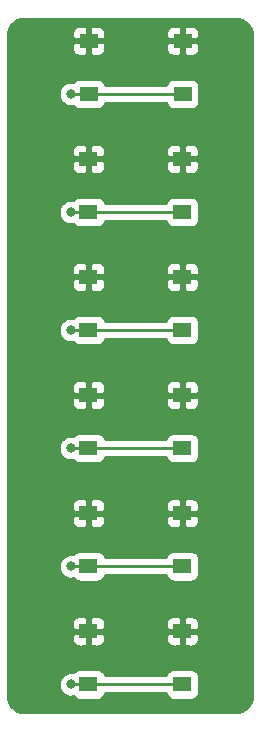
<source format=gtl>
G04 #@! TF.GenerationSoftware,KiCad,Pcbnew,5.1.9+dfsg1-1*
G04 #@! TF.CreationDate,2022-11-10T16:00:35+09:00*
G04 #@! TF.ProjectId,esp32-button,65737033-322d-4627-9574-746f6e2e6b69,rev?*
G04 #@! TF.SameCoordinates,Original*
G04 #@! TF.FileFunction,Copper,L1,Top*
G04 #@! TF.FilePolarity,Positive*
%FSLAX46Y46*%
G04 Gerber Fmt 4.6, Leading zero omitted, Abs format (unit mm)*
G04 Created by KiCad (PCBNEW 5.1.9+dfsg1-1) date 2022-11-10 16:00:35*
%MOMM*%
%LPD*%
G01*
G04 APERTURE LIST*
G04 #@! TA.AperFunction,SMDPad,CuDef*
%ADD10R,1.550000X1.300000*%
G04 #@! TD*
G04 #@! TA.AperFunction,ViaPad*
%ADD11C,0.800000*%
G04 #@! TD*
G04 #@! TA.AperFunction,Conductor*
%ADD12C,0.250000*%
G04 #@! TD*
G04 #@! TA.AperFunction,Conductor*
%ADD13C,0.254000*%
G04 #@! TD*
G04 #@! TA.AperFunction,Conductor*
%ADD14C,0.100000*%
G04 #@! TD*
G04 APERTURE END LIST*
D10*
X147950000Y-122000000D03*
X147950000Y-117500000D03*
X140000000Y-117500000D03*
X140000000Y-122000000D03*
X140000000Y-112000000D03*
X140000000Y-107500000D03*
X147950000Y-107500000D03*
X147950000Y-112000000D03*
X140000000Y-102000000D03*
X140000000Y-97500000D03*
X147950000Y-97500000D03*
X147950000Y-102000000D03*
X147950000Y-92000000D03*
X147950000Y-87500000D03*
X140000000Y-87500000D03*
X140000000Y-92000000D03*
X140000000Y-82000000D03*
X140000000Y-77500000D03*
X147950000Y-77500000D03*
X147950000Y-82000000D03*
X147975000Y-72000000D03*
X147975000Y-67500000D03*
X140025000Y-67500000D03*
X140025000Y-72000000D03*
D11*
X140000000Y-99500000D03*
X140000000Y-119500000D03*
X140000000Y-109500000D03*
X148000000Y-109500000D03*
X140000000Y-89500000D03*
X140000000Y-79500000D03*
X140000000Y-69500000D03*
X148000000Y-69500000D03*
X148000000Y-99500000D03*
X148000000Y-119500000D03*
X138500000Y-122000000D03*
X138500000Y-112000000D03*
X138500000Y-102000000D03*
X138500000Y-92000000D03*
X138500000Y-82000000D03*
X138500000Y-72000000D03*
D12*
X140000000Y-122000000D02*
X138500000Y-122000000D01*
X147950000Y-122000000D02*
X140000000Y-122000000D01*
X147950000Y-112000000D02*
X140000000Y-112000000D01*
X140000000Y-112000000D02*
X138500000Y-112000000D01*
X147950000Y-102000000D02*
X140000000Y-102000000D01*
X140000000Y-102000000D02*
X138500000Y-102000000D01*
X138500000Y-102000000D02*
X138500000Y-102000000D01*
X147950000Y-92000000D02*
X140000000Y-92000000D01*
X140000000Y-92000000D02*
X138500000Y-92000000D01*
X147950000Y-82000000D02*
X140000000Y-82000000D01*
X140000000Y-82000000D02*
X138500000Y-82000000D01*
X147975000Y-72000000D02*
X140025000Y-72000000D01*
X140025000Y-72000000D02*
X138500000Y-72000000D01*
D13*
X152759659Y-65688625D02*
X153009429Y-65764035D01*
X153239792Y-65886522D01*
X153441980Y-66051422D01*
X153608286Y-66252450D01*
X153732378Y-66481954D01*
X153809531Y-66731195D01*
X153840001Y-67021098D01*
X153840000Y-122967721D01*
X153811375Y-123259660D01*
X153735965Y-123509429D01*
X153613477Y-123739794D01*
X153448579Y-123941979D01*
X153247546Y-124108288D01*
X153018046Y-124232378D01*
X152768805Y-124309531D01*
X152478911Y-124340000D01*
X134532279Y-124340000D01*
X134240340Y-124311375D01*
X133990571Y-124235965D01*
X133760206Y-124113477D01*
X133558021Y-123948579D01*
X133391712Y-123747546D01*
X133267622Y-123518046D01*
X133190469Y-123268805D01*
X133160000Y-122978911D01*
X133160000Y-121898061D01*
X137465000Y-121898061D01*
X137465000Y-122101939D01*
X137504774Y-122301898D01*
X137582795Y-122490256D01*
X137696063Y-122659774D01*
X137840226Y-122803937D01*
X138009744Y-122917205D01*
X138198102Y-122995226D01*
X138398061Y-123035000D01*
X138601939Y-123035000D01*
X138703001Y-123014898D01*
X138773815Y-123101185D01*
X138870506Y-123180537D01*
X138980820Y-123239502D01*
X139100518Y-123275812D01*
X139225000Y-123288072D01*
X140775000Y-123288072D01*
X140899482Y-123275812D01*
X141019180Y-123239502D01*
X141129494Y-123180537D01*
X141226185Y-123101185D01*
X141305537Y-123004494D01*
X141364502Y-122894180D01*
X141400812Y-122774482D01*
X141402238Y-122760000D01*
X146547762Y-122760000D01*
X146549188Y-122774482D01*
X146585498Y-122894180D01*
X146644463Y-123004494D01*
X146723815Y-123101185D01*
X146820506Y-123180537D01*
X146930820Y-123239502D01*
X147050518Y-123275812D01*
X147175000Y-123288072D01*
X148725000Y-123288072D01*
X148849482Y-123275812D01*
X148969180Y-123239502D01*
X149079494Y-123180537D01*
X149176185Y-123101185D01*
X149255537Y-123004494D01*
X149314502Y-122894180D01*
X149350812Y-122774482D01*
X149363072Y-122650000D01*
X149363072Y-121350000D01*
X149350812Y-121225518D01*
X149314502Y-121105820D01*
X149255537Y-120995506D01*
X149176185Y-120898815D01*
X149079494Y-120819463D01*
X148969180Y-120760498D01*
X148849482Y-120724188D01*
X148725000Y-120711928D01*
X147175000Y-120711928D01*
X147050518Y-120724188D01*
X146930820Y-120760498D01*
X146820506Y-120819463D01*
X146723815Y-120898815D01*
X146644463Y-120995506D01*
X146585498Y-121105820D01*
X146549188Y-121225518D01*
X146547762Y-121240000D01*
X141402238Y-121240000D01*
X141400812Y-121225518D01*
X141364502Y-121105820D01*
X141305537Y-120995506D01*
X141226185Y-120898815D01*
X141129494Y-120819463D01*
X141019180Y-120760498D01*
X140899482Y-120724188D01*
X140775000Y-120711928D01*
X139225000Y-120711928D01*
X139100518Y-120724188D01*
X138980820Y-120760498D01*
X138870506Y-120819463D01*
X138773815Y-120898815D01*
X138703001Y-120985102D01*
X138601939Y-120965000D01*
X138398061Y-120965000D01*
X138198102Y-121004774D01*
X138009744Y-121082795D01*
X137840226Y-121196063D01*
X137696063Y-121340226D01*
X137582795Y-121509744D01*
X137504774Y-121698102D01*
X137465000Y-121898061D01*
X133160000Y-121898061D01*
X133160000Y-118150000D01*
X138586928Y-118150000D01*
X138599188Y-118274482D01*
X138635498Y-118394180D01*
X138694463Y-118504494D01*
X138773815Y-118601185D01*
X138870506Y-118680537D01*
X138980820Y-118739502D01*
X139100518Y-118775812D01*
X139225000Y-118788072D01*
X139714250Y-118785000D01*
X139873000Y-118626250D01*
X139873000Y-117627000D01*
X140127000Y-117627000D01*
X140127000Y-118626250D01*
X140285750Y-118785000D01*
X140775000Y-118788072D01*
X140899482Y-118775812D01*
X141019180Y-118739502D01*
X141129494Y-118680537D01*
X141226185Y-118601185D01*
X141305537Y-118504494D01*
X141364502Y-118394180D01*
X141400812Y-118274482D01*
X141413072Y-118150000D01*
X146536928Y-118150000D01*
X146549188Y-118274482D01*
X146585498Y-118394180D01*
X146644463Y-118504494D01*
X146723815Y-118601185D01*
X146820506Y-118680537D01*
X146930820Y-118739502D01*
X147050518Y-118775812D01*
X147175000Y-118788072D01*
X147664250Y-118785000D01*
X147823000Y-118626250D01*
X147823000Y-117627000D01*
X148077000Y-117627000D01*
X148077000Y-118626250D01*
X148235750Y-118785000D01*
X148725000Y-118788072D01*
X148849482Y-118775812D01*
X148969180Y-118739502D01*
X149079494Y-118680537D01*
X149176185Y-118601185D01*
X149255537Y-118504494D01*
X149314502Y-118394180D01*
X149350812Y-118274482D01*
X149363072Y-118150000D01*
X149360000Y-117785750D01*
X149201250Y-117627000D01*
X148077000Y-117627000D01*
X147823000Y-117627000D01*
X146698750Y-117627000D01*
X146540000Y-117785750D01*
X146536928Y-118150000D01*
X141413072Y-118150000D01*
X141410000Y-117785750D01*
X141251250Y-117627000D01*
X140127000Y-117627000D01*
X139873000Y-117627000D01*
X138748750Y-117627000D01*
X138590000Y-117785750D01*
X138586928Y-118150000D01*
X133160000Y-118150000D01*
X133160000Y-116850000D01*
X138586928Y-116850000D01*
X138590000Y-117214250D01*
X138748750Y-117373000D01*
X139873000Y-117373000D01*
X139873000Y-116373750D01*
X140127000Y-116373750D01*
X140127000Y-117373000D01*
X141251250Y-117373000D01*
X141410000Y-117214250D01*
X141413072Y-116850000D01*
X146536928Y-116850000D01*
X146540000Y-117214250D01*
X146698750Y-117373000D01*
X147823000Y-117373000D01*
X147823000Y-116373750D01*
X148077000Y-116373750D01*
X148077000Y-117373000D01*
X149201250Y-117373000D01*
X149360000Y-117214250D01*
X149363072Y-116850000D01*
X149350812Y-116725518D01*
X149314502Y-116605820D01*
X149255537Y-116495506D01*
X149176185Y-116398815D01*
X149079494Y-116319463D01*
X148969180Y-116260498D01*
X148849482Y-116224188D01*
X148725000Y-116211928D01*
X148235750Y-116215000D01*
X148077000Y-116373750D01*
X147823000Y-116373750D01*
X147664250Y-116215000D01*
X147175000Y-116211928D01*
X147050518Y-116224188D01*
X146930820Y-116260498D01*
X146820506Y-116319463D01*
X146723815Y-116398815D01*
X146644463Y-116495506D01*
X146585498Y-116605820D01*
X146549188Y-116725518D01*
X146536928Y-116850000D01*
X141413072Y-116850000D01*
X141400812Y-116725518D01*
X141364502Y-116605820D01*
X141305537Y-116495506D01*
X141226185Y-116398815D01*
X141129494Y-116319463D01*
X141019180Y-116260498D01*
X140899482Y-116224188D01*
X140775000Y-116211928D01*
X140285750Y-116215000D01*
X140127000Y-116373750D01*
X139873000Y-116373750D01*
X139714250Y-116215000D01*
X139225000Y-116211928D01*
X139100518Y-116224188D01*
X138980820Y-116260498D01*
X138870506Y-116319463D01*
X138773815Y-116398815D01*
X138694463Y-116495506D01*
X138635498Y-116605820D01*
X138599188Y-116725518D01*
X138586928Y-116850000D01*
X133160000Y-116850000D01*
X133160000Y-111898061D01*
X137465000Y-111898061D01*
X137465000Y-112101939D01*
X137504774Y-112301898D01*
X137582795Y-112490256D01*
X137696063Y-112659774D01*
X137840226Y-112803937D01*
X138009744Y-112917205D01*
X138198102Y-112995226D01*
X138398061Y-113035000D01*
X138601939Y-113035000D01*
X138703001Y-113014898D01*
X138773815Y-113101185D01*
X138870506Y-113180537D01*
X138980820Y-113239502D01*
X139100518Y-113275812D01*
X139225000Y-113288072D01*
X140775000Y-113288072D01*
X140899482Y-113275812D01*
X141019180Y-113239502D01*
X141129494Y-113180537D01*
X141226185Y-113101185D01*
X141305537Y-113004494D01*
X141364502Y-112894180D01*
X141400812Y-112774482D01*
X141402238Y-112760000D01*
X146547762Y-112760000D01*
X146549188Y-112774482D01*
X146585498Y-112894180D01*
X146644463Y-113004494D01*
X146723815Y-113101185D01*
X146820506Y-113180537D01*
X146930820Y-113239502D01*
X147050518Y-113275812D01*
X147175000Y-113288072D01*
X148725000Y-113288072D01*
X148849482Y-113275812D01*
X148969180Y-113239502D01*
X149079494Y-113180537D01*
X149176185Y-113101185D01*
X149255537Y-113004494D01*
X149314502Y-112894180D01*
X149350812Y-112774482D01*
X149363072Y-112650000D01*
X149363072Y-111350000D01*
X149350812Y-111225518D01*
X149314502Y-111105820D01*
X149255537Y-110995506D01*
X149176185Y-110898815D01*
X149079494Y-110819463D01*
X148969180Y-110760498D01*
X148849482Y-110724188D01*
X148725000Y-110711928D01*
X147175000Y-110711928D01*
X147050518Y-110724188D01*
X146930820Y-110760498D01*
X146820506Y-110819463D01*
X146723815Y-110898815D01*
X146644463Y-110995506D01*
X146585498Y-111105820D01*
X146549188Y-111225518D01*
X146547762Y-111240000D01*
X141402238Y-111240000D01*
X141400812Y-111225518D01*
X141364502Y-111105820D01*
X141305537Y-110995506D01*
X141226185Y-110898815D01*
X141129494Y-110819463D01*
X141019180Y-110760498D01*
X140899482Y-110724188D01*
X140775000Y-110711928D01*
X139225000Y-110711928D01*
X139100518Y-110724188D01*
X138980820Y-110760498D01*
X138870506Y-110819463D01*
X138773815Y-110898815D01*
X138703001Y-110985102D01*
X138601939Y-110965000D01*
X138398061Y-110965000D01*
X138198102Y-111004774D01*
X138009744Y-111082795D01*
X137840226Y-111196063D01*
X137696063Y-111340226D01*
X137582795Y-111509744D01*
X137504774Y-111698102D01*
X137465000Y-111898061D01*
X133160000Y-111898061D01*
X133160000Y-108150000D01*
X138586928Y-108150000D01*
X138599188Y-108274482D01*
X138635498Y-108394180D01*
X138694463Y-108504494D01*
X138773815Y-108601185D01*
X138870506Y-108680537D01*
X138980820Y-108739502D01*
X139100518Y-108775812D01*
X139225000Y-108788072D01*
X139714250Y-108785000D01*
X139873000Y-108626250D01*
X139873000Y-107627000D01*
X140127000Y-107627000D01*
X140127000Y-108626250D01*
X140285750Y-108785000D01*
X140775000Y-108788072D01*
X140899482Y-108775812D01*
X141019180Y-108739502D01*
X141129494Y-108680537D01*
X141226185Y-108601185D01*
X141305537Y-108504494D01*
X141364502Y-108394180D01*
X141400812Y-108274482D01*
X141413072Y-108150000D01*
X146536928Y-108150000D01*
X146549188Y-108274482D01*
X146585498Y-108394180D01*
X146644463Y-108504494D01*
X146723815Y-108601185D01*
X146820506Y-108680537D01*
X146930820Y-108739502D01*
X147050518Y-108775812D01*
X147175000Y-108788072D01*
X147664250Y-108785000D01*
X147823000Y-108626250D01*
X147823000Y-107627000D01*
X148077000Y-107627000D01*
X148077000Y-108626250D01*
X148235750Y-108785000D01*
X148725000Y-108788072D01*
X148849482Y-108775812D01*
X148969180Y-108739502D01*
X149079494Y-108680537D01*
X149176185Y-108601185D01*
X149255537Y-108504494D01*
X149314502Y-108394180D01*
X149350812Y-108274482D01*
X149363072Y-108150000D01*
X149360000Y-107785750D01*
X149201250Y-107627000D01*
X148077000Y-107627000D01*
X147823000Y-107627000D01*
X146698750Y-107627000D01*
X146540000Y-107785750D01*
X146536928Y-108150000D01*
X141413072Y-108150000D01*
X141410000Y-107785750D01*
X141251250Y-107627000D01*
X140127000Y-107627000D01*
X139873000Y-107627000D01*
X138748750Y-107627000D01*
X138590000Y-107785750D01*
X138586928Y-108150000D01*
X133160000Y-108150000D01*
X133160000Y-106850000D01*
X138586928Y-106850000D01*
X138590000Y-107214250D01*
X138748750Y-107373000D01*
X139873000Y-107373000D01*
X139873000Y-106373750D01*
X140127000Y-106373750D01*
X140127000Y-107373000D01*
X141251250Y-107373000D01*
X141410000Y-107214250D01*
X141413072Y-106850000D01*
X146536928Y-106850000D01*
X146540000Y-107214250D01*
X146698750Y-107373000D01*
X147823000Y-107373000D01*
X147823000Y-106373750D01*
X148077000Y-106373750D01*
X148077000Y-107373000D01*
X149201250Y-107373000D01*
X149360000Y-107214250D01*
X149363072Y-106850000D01*
X149350812Y-106725518D01*
X149314502Y-106605820D01*
X149255537Y-106495506D01*
X149176185Y-106398815D01*
X149079494Y-106319463D01*
X148969180Y-106260498D01*
X148849482Y-106224188D01*
X148725000Y-106211928D01*
X148235750Y-106215000D01*
X148077000Y-106373750D01*
X147823000Y-106373750D01*
X147664250Y-106215000D01*
X147175000Y-106211928D01*
X147050518Y-106224188D01*
X146930820Y-106260498D01*
X146820506Y-106319463D01*
X146723815Y-106398815D01*
X146644463Y-106495506D01*
X146585498Y-106605820D01*
X146549188Y-106725518D01*
X146536928Y-106850000D01*
X141413072Y-106850000D01*
X141400812Y-106725518D01*
X141364502Y-106605820D01*
X141305537Y-106495506D01*
X141226185Y-106398815D01*
X141129494Y-106319463D01*
X141019180Y-106260498D01*
X140899482Y-106224188D01*
X140775000Y-106211928D01*
X140285750Y-106215000D01*
X140127000Y-106373750D01*
X139873000Y-106373750D01*
X139714250Y-106215000D01*
X139225000Y-106211928D01*
X139100518Y-106224188D01*
X138980820Y-106260498D01*
X138870506Y-106319463D01*
X138773815Y-106398815D01*
X138694463Y-106495506D01*
X138635498Y-106605820D01*
X138599188Y-106725518D01*
X138586928Y-106850000D01*
X133160000Y-106850000D01*
X133160000Y-101898061D01*
X137465000Y-101898061D01*
X137465000Y-102101939D01*
X137504774Y-102301898D01*
X137582795Y-102490256D01*
X137696063Y-102659774D01*
X137840226Y-102803937D01*
X138009744Y-102917205D01*
X138198102Y-102995226D01*
X138398061Y-103035000D01*
X138601939Y-103035000D01*
X138703001Y-103014898D01*
X138773815Y-103101185D01*
X138870506Y-103180537D01*
X138980820Y-103239502D01*
X139100518Y-103275812D01*
X139225000Y-103288072D01*
X140775000Y-103288072D01*
X140899482Y-103275812D01*
X141019180Y-103239502D01*
X141129494Y-103180537D01*
X141226185Y-103101185D01*
X141305537Y-103004494D01*
X141364502Y-102894180D01*
X141400812Y-102774482D01*
X141402238Y-102760000D01*
X146547762Y-102760000D01*
X146549188Y-102774482D01*
X146585498Y-102894180D01*
X146644463Y-103004494D01*
X146723815Y-103101185D01*
X146820506Y-103180537D01*
X146930820Y-103239502D01*
X147050518Y-103275812D01*
X147175000Y-103288072D01*
X148725000Y-103288072D01*
X148849482Y-103275812D01*
X148969180Y-103239502D01*
X149079494Y-103180537D01*
X149176185Y-103101185D01*
X149255537Y-103004494D01*
X149314502Y-102894180D01*
X149350812Y-102774482D01*
X149363072Y-102650000D01*
X149363072Y-101350000D01*
X149350812Y-101225518D01*
X149314502Y-101105820D01*
X149255537Y-100995506D01*
X149176185Y-100898815D01*
X149079494Y-100819463D01*
X148969180Y-100760498D01*
X148849482Y-100724188D01*
X148725000Y-100711928D01*
X147175000Y-100711928D01*
X147050518Y-100724188D01*
X146930820Y-100760498D01*
X146820506Y-100819463D01*
X146723815Y-100898815D01*
X146644463Y-100995506D01*
X146585498Y-101105820D01*
X146549188Y-101225518D01*
X146547762Y-101240000D01*
X141402238Y-101240000D01*
X141400812Y-101225518D01*
X141364502Y-101105820D01*
X141305537Y-100995506D01*
X141226185Y-100898815D01*
X141129494Y-100819463D01*
X141019180Y-100760498D01*
X140899482Y-100724188D01*
X140775000Y-100711928D01*
X139225000Y-100711928D01*
X139100518Y-100724188D01*
X138980820Y-100760498D01*
X138870506Y-100819463D01*
X138773815Y-100898815D01*
X138703001Y-100985102D01*
X138601939Y-100965000D01*
X138398061Y-100965000D01*
X138198102Y-101004774D01*
X138009744Y-101082795D01*
X137840226Y-101196063D01*
X137696063Y-101340226D01*
X137582795Y-101509744D01*
X137504774Y-101698102D01*
X137465000Y-101898061D01*
X133160000Y-101898061D01*
X133160000Y-98150000D01*
X138586928Y-98150000D01*
X138599188Y-98274482D01*
X138635498Y-98394180D01*
X138694463Y-98504494D01*
X138773815Y-98601185D01*
X138870506Y-98680537D01*
X138980820Y-98739502D01*
X139100518Y-98775812D01*
X139225000Y-98788072D01*
X139714250Y-98785000D01*
X139873000Y-98626250D01*
X139873000Y-97627000D01*
X140127000Y-97627000D01*
X140127000Y-98626250D01*
X140285750Y-98785000D01*
X140775000Y-98788072D01*
X140899482Y-98775812D01*
X141019180Y-98739502D01*
X141129494Y-98680537D01*
X141226185Y-98601185D01*
X141305537Y-98504494D01*
X141364502Y-98394180D01*
X141400812Y-98274482D01*
X141413072Y-98150000D01*
X146536928Y-98150000D01*
X146549188Y-98274482D01*
X146585498Y-98394180D01*
X146644463Y-98504494D01*
X146723815Y-98601185D01*
X146820506Y-98680537D01*
X146930820Y-98739502D01*
X147050518Y-98775812D01*
X147175000Y-98788072D01*
X147664250Y-98785000D01*
X147823000Y-98626250D01*
X147823000Y-97627000D01*
X148077000Y-97627000D01*
X148077000Y-98626250D01*
X148235750Y-98785000D01*
X148725000Y-98788072D01*
X148849482Y-98775812D01*
X148969180Y-98739502D01*
X149079494Y-98680537D01*
X149176185Y-98601185D01*
X149255537Y-98504494D01*
X149314502Y-98394180D01*
X149350812Y-98274482D01*
X149363072Y-98150000D01*
X149360000Y-97785750D01*
X149201250Y-97627000D01*
X148077000Y-97627000D01*
X147823000Y-97627000D01*
X146698750Y-97627000D01*
X146540000Y-97785750D01*
X146536928Y-98150000D01*
X141413072Y-98150000D01*
X141410000Y-97785750D01*
X141251250Y-97627000D01*
X140127000Y-97627000D01*
X139873000Y-97627000D01*
X138748750Y-97627000D01*
X138590000Y-97785750D01*
X138586928Y-98150000D01*
X133160000Y-98150000D01*
X133160000Y-96850000D01*
X138586928Y-96850000D01*
X138590000Y-97214250D01*
X138748750Y-97373000D01*
X139873000Y-97373000D01*
X139873000Y-96373750D01*
X140127000Y-96373750D01*
X140127000Y-97373000D01*
X141251250Y-97373000D01*
X141410000Y-97214250D01*
X141413072Y-96850000D01*
X146536928Y-96850000D01*
X146540000Y-97214250D01*
X146698750Y-97373000D01*
X147823000Y-97373000D01*
X147823000Y-96373750D01*
X148077000Y-96373750D01*
X148077000Y-97373000D01*
X149201250Y-97373000D01*
X149360000Y-97214250D01*
X149363072Y-96850000D01*
X149350812Y-96725518D01*
X149314502Y-96605820D01*
X149255537Y-96495506D01*
X149176185Y-96398815D01*
X149079494Y-96319463D01*
X148969180Y-96260498D01*
X148849482Y-96224188D01*
X148725000Y-96211928D01*
X148235750Y-96215000D01*
X148077000Y-96373750D01*
X147823000Y-96373750D01*
X147664250Y-96215000D01*
X147175000Y-96211928D01*
X147050518Y-96224188D01*
X146930820Y-96260498D01*
X146820506Y-96319463D01*
X146723815Y-96398815D01*
X146644463Y-96495506D01*
X146585498Y-96605820D01*
X146549188Y-96725518D01*
X146536928Y-96850000D01*
X141413072Y-96850000D01*
X141400812Y-96725518D01*
X141364502Y-96605820D01*
X141305537Y-96495506D01*
X141226185Y-96398815D01*
X141129494Y-96319463D01*
X141019180Y-96260498D01*
X140899482Y-96224188D01*
X140775000Y-96211928D01*
X140285750Y-96215000D01*
X140127000Y-96373750D01*
X139873000Y-96373750D01*
X139714250Y-96215000D01*
X139225000Y-96211928D01*
X139100518Y-96224188D01*
X138980820Y-96260498D01*
X138870506Y-96319463D01*
X138773815Y-96398815D01*
X138694463Y-96495506D01*
X138635498Y-96605820D01*
X138599188Y-96725518D01*
X138586928Y-96850000D01*
X133160000Y-96850000D01*
X133160000Y-91898061D01*
X137465000Y-91898061D01*
X137465000Y-92101939D01*
X137504774Y-92301898D01*
X137582795Y-92490256D01*
X137696063Y-92659774D01*
X137840226Y-92803937D01*
X138009744Y-92917205D01*
X138198102Y-92995226D01*
X138398061Y-93035000D01*
X138601939Y-93035000D01*
X138703001Y-93014898D01*
X138773815Y-93101185D01*
X138870506Y-93180537D01*
X138980820Y-93239502D01*
X139100518Y-93275812D01*
X139225000Y-93288072D01*
X140775000Y-93288072D01*
X140899482Y-93275812D01*
X141019180Y-93239502D01*
X141129494Y-93180537D01*
X141226185Y-93101185D01*
X141305537Y-93004494D01*
X141364502Y-92894180D01*
X141400812Y-92774482D01*
X141402238Y-92760000D01*
X146547762Y-92760000D01*
X146549188Y-92774482D01*
X146585498Y-92894180D01*
X146644463Y-93004494D01*
X146723815Y-93101185D01*
X146820506Y-93180537D01*
X146930820Y-93239502D01*
X147050518Y-93275812D01*
X147175000Y-93288072D01*
X148725000Y-93288072D01*
X148849482Y-93275812D01*
X148969180Y-93239502D01*
X149079494Y-93180537D01*
X149176185Y-93101185D01*
X149255537Y-93004494D01*
X149314502Y-92894180D01*
X149350812Y-92774482D01*
X149363072Y-92650000D01*
X149363072Y-91350000D01*
X149350812Y-91225518D01*
X149314502Y-91105820D01*
X149255537Y-90995506D01*
X149176185Y-90898815D01*
X149079494Y-90819463D01*
X148969180Y-90760498D01*
X148849482Y-90724188D01*
X148725000Y-90711928D01*
X147175000Y-90711928D01*
X147050518Y-90724188D01*
X146930820Y-90760498D01*
X146820506Y-90819463D01*
X146723815Y-90898815D01*
X146644463Y-90995506D01*
X146585498Y-91105820D01*
X146549188Y-91225518D01*
X146547762Y-91240000D01*
X141402238Y-91240000D01*
X141400812Y-91225518D01*
X141364502Y-91105820D01*
X141305537Y-90995506D01*
X141226185Y-90898815D01*
X141129494Y-90819463D01*
X141019180Y-90760498D01*
X140899482Y-90724188D01*
X140775000Y-90711928D01*
X139225000Y-90711928D01*
X139100518Y-90724188D01*
X138980820Y-90760498D01*
X138870506Y-90819463D01*
X138773815Y-90898815D01*
X138703001Y-90985102D01*
X138601939Y-90965000D01*
X138398061Y-90965000D01*
X138198102Y-91004774D01*
X138009744Y-91082795D01*
X137840226Y-91196063D01*
X137696063Y-91340226D01*
X137582795Y-91509744D01*
X137504774Y-91698102D01*
X137465000Y-91898061D01*
X133160000Y-91898061D01*
X133160000Y-88150000D01*
X138586928Y-88150000D01*
X138599188Y-88274482D01*
X138635498Y-88394180D01*
X138694463Y-88504494D01*
X138773815Y-88601185D01*
X138870506Y-88680537D01*
X138980820Y-88739502D01*
X139100518Y-88775812D01*
X139225000Y-88788072D01*
X139714250Y-88785000D01*
X139873000Y-88626250D01*
X139873000Y-87627000D01*
X140127000Y-87627000D01*
X140127000Y-88626250D01*
X140285750Y-88785000D01*
X140775000Y-88788072D01*
X140899482Y-88775812D01*
X141019180Y-88739502D01*
X141129494Y-88680537D01*
X141226185Y-88601185D01*
X141305537Y-88504494D01*
X141364502Y-88394180D01*
X141400812Y-88274482D01*
X141413072Y-88150000D01*
X146536928Y-88150000D01*
X146549188Y-88274482D01*
X146585498Y-88394180D01*
X146644463Y-88504494D01*
X146723815Y-88601185D01*
X146820506Y-88680537D01*
X146930820Y-88739502D01*
X147050518Y-88775812D01*
X147175000Y-88788072D01*
X147664250Y-88785000D01*
X147823000Y-88626250D01*
X147823000Y-87627000D01*
X148077000Y-87627000D01*
X148077000Y-88626250D01*
X148235750Y-88785000D01*
X148725000Y-88788072D01*
X148849482Y-88775812D01*
X148969180Y-88739502D01*
X149079494Y-88680537D01*
X149176185Y-88601185D01*
X149255537Y-88504494D01*
X149314502Y-88394180D01*
X149350812Y-88274482D01*
X149363072Y-88150000D01*
X149360000Y-87785750D01*
X149201250Y-87627000D01*
X148077000Y-87627000D01*
X147823000Y-87627000D01*
X146698750Y-87627000D01*
X146540000Y-87785750D01*
X146536928Y-88150000D01*
X141413072Y-88150000D01*
X141410000Y-87785750D01*
X141251250Y-87627000D01*
X140127000Y-87627000D01*
X139873000Y-87627000D01*
X138748750Y-87627000D01*
X138590000Y-87785750D01*
X138586928Y-88150000D01*
X133160000Y-88150000D01*
X133160000Y-86850000D01*
X138586928Y-86850000D01*
X138590000Y-87214250D01*
X138748750Y-87373000D01*
X139873000Y-87373000D01*
X139873000Y-86373750D01*
X140127000Y-86373750D01*
X140127000Y-87373000D01*
X141251250Y-87373000D01*
X141410000Y-87214250D01*
X141413072Y-86850000D01*
X146536928Y-86850000D01*
X146540000Y-87214250D01*
X146698750Y-87373000D01*
X147823000Y-87373000D01*
X147823000Y-86373750D01*
X148077000Y-86373750D01*
X148077000Y-87373000D01*
X149201250Y-87373000D01*
X149360000Y-87214250D01*
X149363072Y-86850000D01*
X149350812Y-86725518D01*
X149314502Y-86605820D01*
X149255537Y-86495506D01*
X149176185Y-86398815D01*
X149079494Y-86319463D01*
X148969180Y-86260498D01*
X148849482Y-86224188D01*
X148725000Y-86211928D01*
X148235750Y-86215000D01*
X148077000Y-86373750D01*
X147823000Y-86373750D01*
X147664250Y-86215000D01*
X147175000Y-86211928D01*
X147050518Y-86224188D01*
X146930820Y-86260498D01*
X146820506Y-86319463D01*
X146723815Y-86398815D01*
X146644463Y-86495506D01*
X146585498Y-86605820D01*
X146549188Y-86725518D01*
X146536928Y-86850000D01*
X141413072Y-86850000D01*
X141400812Y-86725518D01*
X141364502Y-86605820D01*
X141305537Y-86495506D01*
X141226185Y-86398815D01*
X141129494Y-86319463D01*
X141019180Y-86260498D01*
X140899482Y-86224188D01*
X140775000Y-86211928D01*
X140285750Y-86215000D01*
X140127000Y-86373750D01*
X139873000Y-86373750D01*
X139714250Y-86215000D01*
X139225000Y-86211928D01*
X139100518Y-86224188D01*
X138980820Y-86260498D01*
X138870506Y-86319463D01*
X138773815Y-86398815D01*
X138694463Y-86495506D01*
X138635498Y-86605820D01*
X138599188Y-86725518D01*
X138586928Y-86850000D01*
X133160000Y-86850000D01*
X133160000Y-81898061D01*
X137465000Y-81898061D01*
X137465000Y-82101939D01*
X137504774Y-82301898D01*
X137582795Y-82490256D01*
X137696063Y-82659774D01*
X137840226Y-82803937D01*
X138009744Y-82917205D01*
X138198102Y-82995226D01*
X138398061Y-83035000D01*
X138601939Y-83035000D01*
X138703001Y-83014898D01*
X138773815Y-83101185D01*
X138870506Y-83180537D01*
X138980820Y-83239502D01*
X139100518Y-83275812D01*
X139225000Y-83288072D01*
X140775000Y-83288072D01*
X140899482Y-83275812D01*
X141019180Y-83239502D01*
X141129494Y-83180537D01*
X141226185Y-83101185D01*
X141305537Y-83004494D01*
X141364502Y-82894180D01*
X141400812Y-82774482D01*
X141402238Y-82760000D01*
X146547762Y-82760000D01*
X146549188Y-82774482D01*
X146585498Y-82894180D01*
X146644463Y-83004494D01*
X146723815Y-83101185D01*
X146820506Y-83180537D01*
X146930820Y-83239502D01*
X147050518Y-83275812D01*
X147175000Y-83288072D01*
X148725000Y-83288072D01*
X148849482Y-83275812D01*
X148969180Y-83239502D01*
X149079494Y-83180537D01*
X149176185Y-83101185D01*
X149255537Y-83004494D01*
X149314502Y-82894180D01*
X149350812Y-82774482D01*
X149363072Y-82650000D01*
X149363072Y-81350000D01*
X149350812Y-81225518D01*
X149314502Y-81105820D01*
X149255537Y-80995506D01*
X149176185Y-80898815D01*
X149079494Y-80819463D01*
X148969180Y-80760498D01*
X148849482Y-80724188D01*
X148725000Y-80711928D01*
X147175000Y-80711928D01*
X147050518Y-80724188D01*
X146930820Y-80760498D01*
X146820506Y-80819463D01*
X146723815Y-80898815D01*
X146644463Y-80995506D01*
X146585498Y-81105820D01*
X146549188Y-81225518D01*
X146547762Y-81240000D01*
X141402238Y-81240000D01*
X141400812Y-81225518D01*
X141364502Y-81105820D01*
X141305537Y-80995506D01*
X141226185Y-80898815D01*
X141129494Y-80819463D01*
X141019180Y-80760498D01*
X140899482Y-80724188D01*
X140775000Y-80711928D01*
X139225000Y-80711928D01*
X139100518Y-80724188D01*
X138980820Y-80760498D01*
X138870506Y-80819463D01*
X138773815Y-80898815D01*
X138703001Y-80985102D01*
X138601939Y-80965000D01*
X138398061Y-80965000D01*
X138198102Y-81004774D01*
X138009744Y-81082795D01*
X137840226Y-81196063D01*
X137696063Y-81340226D01*
X137582795Y-81509744D01*
X137504774Y-81698102D01*
X137465000Y-81898061D01*
X133160000Y-81898061D01*
X133160000Y-78150000D01*
X138586928Y-78150000D01*
X138599188Y-78274482D01*
X138635498Y-78394180D01*
X138694463Y-78504494D01*
X138773815Y-78601185D01*
X138870506Y-78680537D01*
X138980820Y-78739502D01*
X139100518Y-78775812D01*
X139225000Y-78788072D01*
X139714250Y-78785000D01*
X139873000Y-78626250D01*
X139873000Y-77627000D01*
X140127000Y-77627000D01*
X140127000Y-78626250D01*
X140285750Y-78785000D01*
X140775000Y-78788072D01*
X140899482Y-78775812D01*
X141019180Y-78739502D01*
X141129494Y-78680537D01*
X141226185Y-78601185D01*
X141305537Y-78504494D01*
X141364502Y-78394180D01*
X141400812Y-78274482D01*
X141413072Y-78150000D01*
X146536928Y-78150000D01*
X146549188Y-78274482D01*
X146585498Y-78394180D01*
X146644463Y-78504494D01*
X146723815Y-78601185D01*
X146820506Y-78680537D01*
X146930820Y-78739502D01*
X147050518Y-78775812D01*
X147175000Y-78788072D01*
X147664250Y-78785000D01*
X147823000Y-78626250D01*
X147823000Y-77627000D01*
X148077000Y-77627000D01*
X148077000Y-78626250D01*
X148235750Y-78785000D01*
X148725000Y-78788072D01*
X148849482Y-78775812D01*
X148969180Y-78739502D01*
X149079494Y-78680537D01*
X149176185Y-78601185D01*
X149255537Y-78504494D01*
X149314502Y-78394180D01*
X149350812Y-78274482D01*
X149363072Y-78150000D01*
X149360000Y-77785750D01*
X149201250Y-77627000D01*
X148077000Y-77627000D01*
X147823000Y-77627000D01*
X146698750Y-77627000D01*
X146540000Y-77785750D01*
X146536928Y-78150000D01*
X141413072Y-78150000D01*
X141410000Y-77785750D01*
X141251250Y-77627000D01*
X140127000Y-77627000D01*
X139873000Y-77627000D01*
X138748750Y-77627000D01*
X138590000Y-77785750D01*
X138586928Y-78150000D01*
X133160000Y-78150000D01*
X133160000Y-76850000D01*
X138586928Y-76850000D01*
X138590000Y-77214250D01*
X138748750Y-77373000D01*
X139873000Y-77373000D01*
X139873000Y-76373750D01*
X140127000Y-76373750D01*
X140127000Y-77373000D01*
X141251250Y-77373000D01*
X141410000Y-77214250D01*
X141413072Y-76850000D01*
X146536928Y-76850000D01*
X146540000Y-77214250D01*
X146698750Y-77373000D01*
X147823000Y-77373000D01*
X147823000Y-76373750D01*
X148077000Y-76373750D01*
X148077000Y-77373000D01*
X149201250Y-77373000D01*
X149360000Y-77214250D01*
X149363072Y-76850000D01*
X149350812Y-76725518D01*
X149314502Y-76605820D01*
X149255537Y-76495506D01*
X149176185Y-76398815D01*
X149079494Y-76319463D01*
X148969180Y-76260498D01*
X148849482Y-76224188D01*
X148725000Y-76211928D01*
X148235750Y-76215000D01*
X148077000Y-76373750D01*
X147823000Y-76373750D01*
X147664250Y-76215000D01*
X147175000Y-76211928D01*
X147050518Y-76224188D01*
X146930820Y-76260498D01*
X146820506Y-76319463D01*
X146723815Y-76398815D01*
X146644463Y-76495506D01*
X146585498Y-76605820D01*
X146549188Y-76725518D01*
X146536928Y-76850000D01*
X141413072Y-76850000D01*
X141400812Y-76725518D01*
X141364502Y-76605820D01*
X141305537Y-76495506D01*
X141226185Y-76398815D01*
X141129494Y-76319463D01*
X141019180Y-76260498D01*
X140899482Y-76224188D01*
X140775000Y-76211928D01*
X140285750Y-76215000D01*
X140127000Y-76373750D01*
X139873000Y-76373750D01*
X139714250Y-76215000D01*
X139225000Y-76211928D01*
X139100518Y-76224188D01*
X138980820Y-76260498D01*
X138870506Y-76319463D01*
X138773815Y-76398815D01*
X138694463Y-76495506D01*
X138635498Y-76605820D01*
X138599188Y-76725518D01*
X138586928Y-76850000D01*
X133160000Y-76850000D01*
X133160000Y-71898061D01*
X137465000Y-71898061D01*
X137465000Y-72101939D01*
X137504774Y-72301898D01*
X137582795Y-72490256D01*
X137696063Y-72659774D01*
X137840226Y-72803937D01*
X138009744Y-72917205D01*
X138198102Y-72995226D01*
X138398061Y-73035000D01*
X138601939Y-73035000D01*
X138724493Y-73010623D01*
X138798815Y-73101185D01*
X138895506Y-73180537D01*
X139005820Y-73239502D01*
X139125518Y-73275812D01*
X139250000Y-73288072D01*
X140800000Y-73288072D01*
X140924482Y-73275812D01*
X141044180Y-73239502D01*
X141154494Y-73180537D01*
X141251185Y-73101185D01*
X141330537Y-73004494D01*
X141389502Y-72894180D01*
X141425812Y-72774482D01*
X141427238Y-72760000D01*
X146572762Y-72760000D01*
X146574188Y-72774482D01*
X146610498Y-72894180D01*
X146669463Y-73004494D01*
X146748815Y-73101185D01*
X146845506Y-73180537D01*
X146955820Y-73239502D01*
X147075518Y-73275812D01*
X147200000Y-73288072D01*
X148750000Y-73288072D01*
X148874482Y-73275812D01*
X148994180Y-73239502D01*
X149104494Y-73180537D01*
X149201185Y-73101185D01*
X149280537Y-73004494D01*
X149339502Y-72894180D01*
X149375812Y-72774482D01*
X149388072Y-72650000D01*
X149388072Y-71350000D01*
X149375812Y-71225518D01*
X149339502Y-71105820D01*
X149280537Y-70995506D01*
X149201185Y-70898815D01*
X149104494Y-70819463D01*
X148994180Y-70760498D01*
X148874482Y-70724188D01*
X148750000Y-70711928D01*
X147200000Y-70711928D01*
X147075518Y-70724188D01*
X146955820Y-70760498D01*
X146845506Y-70819463D01*
X146748815Y-70898815D01*
X146669463Y-70995506D01*
X146610498Y-71105820D01*
X146574188Y-71225518D01*
X146572762Y-71240000D01*
X141427238Y-71240000D01*
X141425812Y-71225518D01*
X141389502Y-71105820D01*
X141330537Y-70995506D01*
X141251185Y-70898815D01*
X141154494Y-70819463D01*
X141044180Y-70760498D01*
X140924482Y-70724188D01*
X140800000Y-70711928D01*
X139250000Y-70711928D01*
X139125518Y-70724188D01*
X139005820Y-70760498D01*
X138895506Y-70819463D01*
X138798815Y-70898815D01*
X138724493Y-70989377D01*
X138601939Y-70965000D01*
X138398061Y-70965000D01*
X138198102Y-71004774D01*
X138009744Y-71082795D01*
X137840226Y-71196063D01*
X137696063Y-71340226D01*
X137582795Y-71509744D01*
X137504774Y-71698102D01*
X137465000Y-71898061D01*
X133160000Y-71898061D01*
X133160000Y-68150000D01*
X138611928Y-68150000D01*
X138624188Y-68274482D01*
X138660498Y-68394180D01*
X138719463Y-68504494D01*
X138798815Y-68601185D01*
X138895506Y-68680537D01*
X139005820Y-68739502D01*
X139125518Y-68775812D01*
X139250000Y-68788072D01*
X139739250Y-68785000D01*
X139898000Y-68626250D01*
X139898000Y-67627000D01*
X140152000Y-67627000D01*
X140152000Y-68626250D01*
X140310750Y-68785000D01*
X140800000Y-68788072D01*
X140924482Y-68775812D01*
X141044180Y-68739502D01*
X141154494Y-68680537D01*
X141251185Y-68601185D01*
X141330537Y-68504494D01*
X141389502Y-68394180D01*
X141425812Y-68274482D01*
X141438072Y-68150000D01*
X146561928Y-68150000D01*
X146574188Y-68274482D01*
X146610498Y-68394180D01*
X146669463Y-68504494D01*
X146748815Y-68601185D01*
X146845506Y-68680537D01*
X146955820Y-68739502D01*
X147075518Y-68775812D01*
X147200000Y-68788072D01*
X147689250Y-68785000D01*
X147848000Y-68626250D01*
X147848000Y-67627000D01*
X148102000Y-67627000D01*
X148102000Y-68626250D01*
X148260750Y-68785000D01*
X148750000Y-68788072D01*
X148874482Y-68775812D01*
X148994180Y-68739502D01*
X149104494Y-68680537D01*
X149201185Y-68601185D01*
X149280537Y-68504494D01*
X149339502Y-68394180D01*
X149375812Y-68274482D01*
X149388072Y-68150000D01*
X149385000Y-67785750D01*
X149226250Y-67627000D01*
X148102000Y-67627000D01*
X147848000Y-67627000D01*
X146723750Y-67627000D01*
X146565000Y-67785750D01*
X146561928Y-68150000D01*
X141438072Y-68150000D01*
X141435000Y-67785750D01*
X141276250Y-67627000D01*
X140152000Y-67627000D01*
X139898000Y-67627000D01*
X138773750Y-67627000D01*
X138615000Y-67785750D01*
X138611928Y-68150000D01*
X133160000Y-68150000D01*
X133160000Y-67032279D01*
X133177872Y-66850000D01*
X138611928Y-66850000D01*
X138615000Y-67214250D01*
X138773750Y-67373000D01*
X139898000Y-67373000D01*
X139898000Y-66373750D01*
X140152000Y-66373750D01*
X140152000Y-67373000D01*
X141276250Y-67373000D01*
X141435000Y-67214250D01*
X141438072Y-66850000D01*
X146561928Y-66850000D01*
X146565000Y-67214250D01*
X146723750Y-67373000D01*
X147848000Y-67373000D01*
X147848000Y-66373750D01*
X148102000Y-66373750D01*
X148102000Y-67373000D01*
X149226250Y-67373000D01*
X149385000Y-67214250D01*
X149388072Y-66850000D01*
X149375812Y-66725518D01*
X149339502Y-66605820D01*
X149280537Y-66495506D01*
X149201185Y-66398815D01*
X149104494Y-66319463D01*
X148994180Y-66260498D01*
X148874482Y-66224188D01*
X148750000Y-66211928D01*
X148260750Y-66215000D01*
X148102000Y-66373750D01*
X147848000Y-66373750D01*
X147689250Y-66215000D01*
X147200000Y-66211928D01*
X147075518Y-66224188D01*
X146955820Y-66260498D01*
X146845506Y-66319463D01*
X146748815Y-66398815D01*
X146669463Y-66495506D01*
X146610498Y-66605820D01*
X146574188Y-66725518D01*
X146561928Y-66850000D01*
X141438072Y-66850000D01*
X141425812Y-66725518D01*
X141389502Y-66605820D01*
X141330537Y-66495506D01*
X141251185Y-66398815D01*
X141154494Y-66319463D01*
X141044180Y-66260498D01*
X140924482Y-66224188D01*
X140800000Y-66211928D01*
X140310750Y-66215000D01*
X140152000Y-66373750D01*
X139898000Y-66373750D01*
X139739250Y-66215000D01*
X139250000Y-66211928D01*
X139125518Y-66224188D01*
X139005820Y-66260498D01*
X138895506Y-66319463D01*
X138798815Y-66398815D01*
X138719463Y-66495506D01*
X138660498Y-66605820D01*
X138624188Y-66725518D01*
X138611928Y-66850000D01*
X133177872Y-66850000D01*
X133188625Y-66740341D01*
X133264035Y-66490571D01*
X133386522Y-66260208D01*
X133551422Y-66058020D01*
X133752450Y-65891714D01*
X133981954Y-65767622D01*
X134231195Y-65690469D01*
X134521088Y-65660000D01*
X152467721Y-65660000D01*
X152759659Y-65688625D01*
G04 #@! TA.AperFunction,Conductor*
D14*
G36*
X152759659Y-65688625D02*
G01*
X153009429Y-65764035D01*
X153239792Y-65886522D01*
X153441980Y-66051422D01*
X153608286Y-66252450D01*
X153732378Y-66481954D01*
X153809531Y-66731195D01*
X153840001Y-67021098D01*
X153840000Y-122967721D01*
X153811375Y-123259660D01*
X153735965Y-123509429D01*
X153613477Y-123739794D01*
X153448579Y-123941979D01*
X153247546Y-124108288D01*
X153018046Y-124232378D01*
X152768805Y-124309531D01*
X152478911Y-124340000D01*
X134532279Y-124340000D01*
X134240340Y-124311375D01*
X133990571Y-124235965D01*
X133760206Y-124113477D01*
X133558021Y-123948579D01*
X133391712Y-123747546D01*
X133267622Y-123518046D01*
X133190469Y-123268805D01*
X133160000Y-122978911D01*
X133160000Y-121898061D01*
X137465000Y-121898061D01*
X137465000Y-122101939D01*
X137504774Y-122301898D01*
X137582795Y-122490256D01*
X137696063Y-122659774D01*
X137840226Y-122803937D01*
X138009744Y-122917205D01*
X138198102Y-122995226D01*
X138398061Y-123035000D01*
X138601939Y-123035000D01*
X138703001Y-123014898D01*
X138773815Y-123101185D01*
X138870506Y-123180537D01*
X138980820Y-123239502D01*
X139100518Y-123275812D01*
X139225000Y-123288072D01*
X140775000Y-123288072D01*
X140899482Y-123275812D01*
X141019180Y-123239502D01*
X141129494Y-123180537D01*
X141226185Y-123101185D01*
X141305537Y-123004494D01*
X141364502Y-122894180D01*
X141400812Y-122774482D01*
X141402238Y-122760000D01*
X146547762Y-122760000D01*
X146549188Y-122774482D01*
X146585498Y-122894180D01*
X146644463Y-123004494D01*
X146723815Y-123101185D01*
X146820506Y-123180537D01*
X146930820Y-123239502D01*
X147050518Y-123275812D01*
X147175000Y-123288072D01*
X148725000Y-123288072D01*
X148849482Y-123275812D01*
X148969180Y-123239502D01*
X149079494Y-123180537D01*
X149176185Y-123101185D01*
X149255537Y-123004494D01*
X149314502Y-122894180D01*
X149350812Y-122774482D01*
X149363072Y-122650000D01*
X149363072Y-121350000D01*
X149350812Y-121225518D01*
X149314502Y-121105820D01*
X149255537Y-120995506D01*
X149176185Y-120898815D01*
X149079494Y-120819463D01*
X148969180Y-120760498D01*
X148849482Y-120724188D01*
X148725000Y-120711928D01*
X147175000Y-120711928D01*
X147050518Y-120724188D01*
X146930820Y-120760498D01*
X146820506Y-120819463D01*
X146723815Y-120898815D01*
X146644463Y-120995506D01*
X146585498Y-121105820D01*
X146549188Y-121225518D01*
X146547762Y-121240000D01*
X141402238Y-121240000D01*
X141400812Y-121225518D01*
X141364502Y-121105820D01*
X141305537Y-120995506D01*
X141226185Y-120898815D01*
X141129494Y-120819463D01*
X141019180Y-120760498D01*
X140899482Y-120724188D01*
X140775000Y-120711928D01*
X139225000Y-120711928D01*
X139100518Y-120724188D01*
X138980820Y-120760498D01*
X138870506Y-120819463D01*
X138773815Y-120898815D01*
X138703001Y-120985102D01*
X138601939Y-120965000D01*
X138398061Y-120965000D01*
X138198102Y-121004774D01*
X138009744Y-121082795D01*
X137840226Y-121196063D01*
X137696063Y-121340226D01*
X137582795Y-121509744D01*
X137504774Y-121698102D01*
X137465000Y-121898061D01*
X133160000Y-121898061D01*
X133160000Y-118150000D01*
X138586928Y-118150000D01*
X138599188Y-118274482D01*
X138635498Y-118394180D01*
X138694463Y-118504494D01*
X138773815Y-118601185D01*
X138870506Y-118680537D01*
X138980820Y-118739502D01*
X139100518Y-118775812D01*
X139225000Y-118788072D01*
X139714250Y-118785000D01*
X139873000Y-118626250D01*
X139873000Y-117627000D01*
X140127000Y-117627000D01*
X140127000Y-118626250D01*
X140285750Y-118785000D01*
X140775000Y-118788072D01*
X140899482Y-118775812D01*
X141019180Y-118739502D01*
X141129494Y-118680537D01*
X141226185Y-118601185D01*
X141305537Y-118504494D01*
X141364502Y-118394180D01*
X141400812Y-118274482D01*
X141413072Y-118150000D01*
X146536928Y-118150000D01*
X146549188Y-118274482D01*
X146585498Y-118394180D01*
X146644463Y-118504494D01*
X146723815Y-118601185D01*
X146820506Y-118680537D01*
X146930820Y-118739502D01*
X147050518Y-118775812D01*
X147175000Y-118788072D01*
X147664250Y-118785000D01*
X147823000Y-118626250D01*
X147823000Y-117627000D01*
X148077000Y-117627000D01*
X148077000Y-118626250D01*
X148235750Y-118785000D01*
X148725000Y-118788072D01*
X148849482Y-118775812D01*
X148969180Y-118739502D01*
X149079494Y-118680537D01*
X149176185Y-118601185D01*
X149255537Y-118504494D01*
X149314502Y-118394180D01*
X149350812Y-118274482D01*
X149363072Y-118150000D01*
X149360000Y-117785750D01*
X149201250Y-117627000D01*
X148077000Y-117627000D01*
X147823000Y-117627000D01*
X146698750Y-117627000D01*
X146540000Y-117785750D01*
X146536928Y-118150000D01*
X141413072Y-118150000D01*
X141410000Y-117785750D01*
X141251250Y-117627000D01*
X140127000Y-117627000D01*
X139873000Y-117627000D01*
X138748750Y-117627000D01*
X138590000Y-117785750D01*
X138586928Y-118150000D01*
X133160000Y-118150000D01*
X133160000Y-116850000D01*
X138586928Y-116850000D01*
X138590000Y-117214250D01*
X138748750Y-117373000D01*
X139873000Y-117373000D01*
X139873000Y-116373750D01*
X140127000Y-116373750D01*
X140127000Y-117373000D01*
X141251250Y-117373000D01*
X141410000Y-117214250D01*
X141413072Y-116850000D01*
X146536928Y-116850000D01*
X146540000Y-117214250D01*
X146698750Y-117373000D01*
X147823000Y-117373000D01*
X147823000Y-116373750D01*
X148077000Y-116373750D01*
X148077000Y-117373000D01*
X149201250Y-117373000D01*
X149360000Y-117214250D01*
X149363072Y-116850000D01*
X149350812Y-116725518D01*
X149314502Y-116605820D01*
X149255537Y-116495506D01*
X149176185Y-116398815D01*
X149079494Y-116319463D01*
X148969180Y-116260498D01*
X148849482Y-116224188D01*
X148725000Y-116211928D01*
X148235750Y-116215000D01*
X148077000Y-116373750D01*
X147823000Y-116373750D01*
X147664250Y-116215000D01*
X147175000Y-116211928D01*
X147050518Y-116224188D01*
X146930820Y-116260498D01*
X146820506Y-116319463D01*
X146723815Y-116398815D01*
X146644463Y-116495506D01*
X146585498Y-116605820D01*
X146549188Y-116725518D01*
X146536928Y-116850000D01*
X141413072Y-116850000D01*
X141400812Y-116725518D01*
X141364502Y-116605820D01*
X141305537Y-116495506D01*
X141226185Y-116398815D01*
X141129494Y-116319463D01*
X141019180Y-116260498D01*
X140899482Y-116224188D01*
X140775000Y-116211928D01*
X140285750Y-116215000D01*
X140127000Y-116373750D01*
X139873000Y-116373750D01*
X139714250Y-116215000D01*
X139225000Y-116211928D01*
X139100518Y-116224188D01*
X138980820Y-116260498D01*
X138870506Y-116319463D01*
X138773815Y-116398815D01*
X138694463Y-116495506D01*
X138635498Y-116605820D01*
X138599188Y-116725518D01*
X138586928Y-116850000D01*
X133160000Y-116850000D01*
X133160000Y-111898061D01*
X137465000Y-111898061D01*
X137465000Y-112101939D01*
X137504774Y-112301898D01*
X137582795Y-112490256D01*
X137696063Y-112659774D01*
X137840226Y-112803937D01*
X138009744Y-112917205D01*
X138198102Y-112995226D01*
X138398061Y-113035000D01*
X138601939Y-113035000D01*
X138703001Y-113014898D01*
X138773815Y-113101185D01*
X138870506Y-113180537D01*
X138980820Y-113239502D01*
X139100518Y-113275812D01*
X139225000Y-113288072D01*
X140775000Y-113288072D01*
X140899482Y-113275812D01*
X141019180Y-113239502D01*
X141129494Y-113180537D01*
X141226185Y-113101185D01*
X141305537Y-113004494D01*
X141364502Y-112894180D01*
X141400812Y-112774482D01*
X141402238Y-112760000D01*
X146547762Y-112760000D01*
X146549188Y-112774482D01*
X146585498Y-112894180D01*
X146644463Y-113004494D01*
X146723815Y-113101185D01*
X146820506Y-113180537D01*
X146930820Y-113239502D01*
X147050518Y-113275812D01*
X147175000Y-113288072D01*
X148725000Y-113288072D01*
X148849482Y-113275812D01*
X148969180Y-113239502D01*
X149079494Y-113180537D01*
X149176185Y-113101185D01*
X149255537Y-113004494D01*
X149314502Y-112894180D01*
X149350812Y-112774482D01*
X149363072Y-112650000D01*
X149363072Y-111350000D01*
X149350812Y-111225518D01*
X149314502Y-111105820D01*
X149255537Y-110995506D01*
X149176185Y-110898815D01*
X149079494Y-110819463D01*
X148969180Y-110760498D01*
X148849482Y-110724188D01*
X148725000Y-110711928D01*
X147175000Y-110711928D01*
X147050518Y-110724188D01*
X146930820Y-110760498D01*
X146820506Y-110819463D01*
X146723815Y-110898815D01*
X146644463Y-110995506D01*
X146585498Y-111105820D01*
X146549188Y-111225518D01*
X146547762Y-111240000D01*
X141402238Y-111240000D01*
X141400812Y-111225518D01*
X141364502Y-111105820D01*
X141305537Y-110995506D01*
X141226185Y-110898815D01*
X141129494Y-110819463D01*
X141019180Y-110760498D01*
X140899482Y-110724188D01*
X140775000Y-110711928D01*
X139225000Y-110711928D01*
X139100518Y-110724188D01*
X138980820Y-110760498D01*
X138870506Y-110819463D01*
X138773815Y-110898815D01*
X138703001Y-110985102D01*
X138601939Y-110965000D01*
X138398061Y-110965000D01*
X138198102Y-111004774D01*
X138009744Y-111082795D01*
X137840226Y-111196063D01*
X137696063Y-111340226D01*
X137582795Y-111509744D01*
X137504774Y-111698102D01*
X137465000Y-111898061D01*
X133160000Y-111898061D01*
X133160000Y-108150000D01*
X138586928Y-108150000D01*
X138599188Y-108274482D01*
X138635498Y-108394180D01*
X138694463Y-108504494D01*
X138773815Y-108601185D01*
X138870506Y-108680537D01*
X138980820Y-108739502D01*
X139100518Y-108775812D01*
X139225000Y-108788072D01*
X139714250Y-108785000D01*
X139873000Y-108626250D01*
X139873000Y-107627000D01*
X140127000Y-107627000D01*
X140127000Y-108626250D01*
X140285750Y-108785000D01*
X140775000Y-108788072D01*
X140899482Y-108775812D01*
X141019180Y-108739502D01*
X141129494Y-108680537D01*
X141226185Y-108601185D01*
X141305537Y-108504494D01*
X141364502Y-108394180D01*
X141400812Y-108274482D01*
X141413072Y-108150000D01*
X146536928Y-108150000D01*
X146549188Y-108274482D01*
X146585498Y-108394180D01*
X146644463Y-108504494D01*
X146723815Y-108601185D01*
X146820506Y-108680537D01*
X146930820Y-108739502D01*
X147050518Y-108775812D01*
X147175000Y-108788072D01*
X147664250Y-108785000D01*
X147823000Y-108626250D01*
X147823000Y-107627000D01*
X148077000Y-107627000D01*
X148077000Y-108626250D01*
X148235750Y-108785000D01*
X148725000Y-108788072D01*
X148849482Y-108775812D01*
X148969180Y-108739502D01*
X149079494Y-108680537D01*
X149176185Y-108601185D01*
X149255537Y-108504494D01*
X149314502Y-108394180D01*
X149350812Y-108274482D01*
X149363072Y-108150000D01*
X149360000Y-107785750D01*
X149201250Y-107627000D01*
X148077000Y-107627000D01*
X147823000Y-107627000D01*
X146698750Y-107627000D01*
X146540000Y-107785750D01*
X146536928Y-108150000D01*
X141413072Y-108150000D01*
X141410000Y-107785750D01*
X141251250Y-107627000D01*
X140127000Y-107627000D01*
X139873000Y-107627000D01*
X138748750Y-107627000D01*
X138590000Y-107785750D01*
X138586928Y-108150000D01*
X133160000Y-108150000D01*
X133160000Y-106850000D01*
X138586928Y-106850000D01*
X138590000Y-107214250D01*
X138748750Y-107373000D01*
X139873000Y-107373000D01*
X139873000Y-106373750D01*
X140127000Y-106373750D01*
X140127000Y-107373000D01*
X141251250Y-107373000D01*
X141410000Y-107214250D01*
X141413072Y-106850000D01*
X146536928Y-106850000D01*
X146540000Y-107214250D01*
X146698750Y-107373000D01*
X147823000Y-107373000D01*
X147823000Y-106373750D01*
X148077000Y-106373750D01*
X148077000Y-107373000D01*
X149201250Y-107373000D01*
X149360000Y-107214250D01*
X149363072Y-106850000D01*
X149350812Y-106725518D01*
X149314502Y-106605820D01*
X149255537Y-106495506D01*
X149176185Y-106398815D01*
X149079494Y-106319463D01*
X148969180Y-106260498D01*
X148849482Y-106224188D01*
X148725000Y-106211928D01*
X148235750Y-106215000D01*
X148077000Y-106373750D01*
X147823000Y-106373750D01*
X147664250Y-106215000D01*
X147175000Y-106211928D01*
X147050518Y-106224188D01*
X146930820Y-106260498D01*
X146820506Y-106319463D01*
X146723815Y-106398815D01*
X146644463Y-106495506D01*
X146585498Y-106605820D01*
X146549188Y-106725518D01*
X146536928Y-106850000D01*
X141413072Y-106850000D01*
X141400812Y-106725518D01*
X141364502Y-106605820D01*
X141305537Y-106495506D01*
X141226185Y-106398815D01*
X141129494Y-106319463D01*
X141019180Y-106260498D01*
X140899482Y-106224188D01*
X140775000Y-106211928D01*
X140285750Y-106215000D01*
X140127000Y-106373750D01*
X139873000Y-106373750D01*
X139714250Y-106215000D01*
X139225000Y-106211928D01*
X139100518Y-106224188D01*
X138980820Y-106260498D01*
X138870506Y-106319463D01*
X138773815Y-106398815D01*
X138694463Y-106495506D01*
X138635498Y-106605820D01*
X138599188Y-106725518D01*
X138586928Y-106850000D01*
X133160000Y-106850000D01*
X133160000Y-101898061D01*
X137465000Y-101898061D01*
X137465000Y-102101939D01*
X137504774Y-102301898D01*
X137582795Y-102490256D01*
X137696063Y-102659774D01*
X137840226Y-102803937D01*
X138009744Y-102917205D01*
X138198102Y-102995226D01*
X138398061Y-103035000D01*
X138601939Y-103035000D01*
X138703001Y-103014898D01*
X138773815Y-103101185D01*
X138870506Y-103180537D01*
X138980820Y-103239502D01*
X139100518Y-103275812D01*
X139225000Y-103288072D01*
X140775000Y-103288072D01*
X140899482Y-103275812D01*
X141019180Y-103239502D01*
X141129494Y-103180537D01*
X141226185Y-103101185D01*
X141305537Y-103004494D01*
X141364502Y-102894180D01*
X141400812Y-102774482D01*
X141402238Y-102760000D01*
X146547762Y-102760000D01*
X146549188Y-102774482D01*
X146585498Y-102894180D01*
X146644463Y-103004494D01*
X146723815Y-103101185D01*
X146820506Y-103180537D01*
X146930820Y-103239502D01*
X147050518Y-103275812D01*
X147175000Y-103288072D01*
X148725000Y-103288072D01*
X148849482Y-103275812D01*
X148969180Y-103239502D01*
X149079494Y-103180537D01*
X149176185Y-103101185D01*
X149255537Y-103004494D01*
X149314502Y-102894180D01*
X149350812Y-102774482D01*
X149363072Y-102650000D01*
X149363072Y-101350000D01*
X149350812Y-101225518D01*
X149314502Y-101105820D01*
X149255537Y-100995506D01*
X149176185Y-100898815D01*
X149079494Y-100819463D01*
X148969180Y-100760498D01*
X148849482Y-100724188D01*
X148725000Y-100711928D01*
X147175000Y-100711928D01*
X147050518Y-100724188D01*
X146930820Y-100760498D01*
X146820506Y-100819463D01*
X146723815Y-100898815D01*
X146644463Y-100995506D01*
X146585498Y-101105820D01*
X146549188Y-101225518D01*
X146547762Y-101240000D01*
X141402238Y-101240000D01*
X141400812Y-101225518D01*
X141364502Y-101105820D01*
X141305537Y-100995506D01*
X141226185Y-100898815D01*
X141129494Y-100819463D01*
X141019180Y-100760498D01*
X140899482Y-100724188D01*
X140775000Y-100711928D01*
X139225000Y-100711928D01*
X139100518Y-100724188D01*
X138980820Y-100760498D01*
X138870506Y-100819463D01*
X138773815Y-100898815D01*
X138703001Y-100985102D01*
X138601939Y-100965000D01*
X138398061Y-100965000D01*
X138198102Y-101004774D01*
X138009744Y-101082795D01*
X137840226Y-101196063D01*
X137696063Y-101340226D01*
X137582795Y-101509744D01*
X137504774Y-101698102D01*
X137465000Y-101898061D01*
X133160000Y-101898061D01*
X133160000Y-98150000D01*
X138586928Y-98150000D01*
X138599188Y-98274482D01*
X138635498Y-98394180D01*
X138694463Y-98504494D01*
X138773815Y-98601185D01*
X138870506Y-98680537D01*
X138980820Y-98739502D01*
X139100518Y-98775812D01*
X139225000Y-98788072D01*
X139714250Y-98785000D01*
X139873000Y-98626250D01*
X139873000Y-97627000D01*
X140127000Y-97627000D01*
X140127000Y-98626250D01*
X140285750Y-98785000D01*
X140775000Y-98788072D01*
X140899482Y-98775812D01*
X141019180Y-98739502D01*
X141129494Y-98680537D01*
X141226185Y-98601185D01*
X141305537Y-98504494D01*
X141364502Y-98394180D01*
X141400812Y-98274482D01*
X141413072Y-98150000D01*
X146536928Y-98150000D01*
X146549188Y-98274482D01*
X146585498Y-98394180D01*
X146644463Y-98504494D01*
X146723815Y-98601185D01*
X146820506Y-98680537D01*
X146930820Y-98739502D01*
X147050518Y-98775812D01*
X147175000Y-98788072D01*
X147664250Y-98785000D01*
X147823000Y-98626250D01*
X147823000Y-97627000D01*
X148077000Y-97627000D01*
X148077000Y-98626250D01*
X148235750Y-98785000D01*
X148725000Y-98788072D01*
X148849482Y-98775812D01*
X148969180Y-98739502D01*
X149079494Y-98680537D01*
X149176185Y-98601185D01*
X149255537Y-98504494D01*
X149314502Y-98394180D01*
X149350812Y-98274482D01*
X149363072Y-98150000D01*
X149360000Y-97785750D01*
X149201250Y-97627000D01*
X148077000Y-97627000D01*
X147823000Y-97627000D01*
X146698750Y-97627000D01*
X146540000Y-97785750D01*
X146536928Y-98150000D01*
X141413072Y-98150000D01*
X141410000Y-97785750D01*
X141251250Y-97627000D01*
X140127000Y-97627000D01*
X139873000Y-97627000D01*
X138748750Y-97627000D01*
X138590000Y-97785750D01*
X138586928Y-98150000D01*
X133160000Y-98150000D01*
X133160000Y-96850000D01*
X138586928Y-96850000D01*
X138590000Y-97214250D01*
X138748750Y-97373000D01*
X139873000Y-97373000D01*
X139873000Y-96373750D01*
X140127000Y-96373750D01*
X140127000Y-97373000D01*
X141251250Y-97373000D01*
X141410000Y-97214250D01*
X141413072Y-96850000D01*
X146536928Y-96850000D01*
X146540000Y-97214250D01*
X146698750Y-97373000D01*
X147823000Y-97373000D01*
X147823000Y-96373750D01*
X148077000Y-96373750D01*
X148077000Y-97373000D01*
X149201250Y-97373000D01*
X149360000Y-97214250D01*
X149363072Y-96850000D01*
X149350812Y-96725518D01*
X149314502Y-96605820D01*
X149255537Y-96495506D01*
X149176185Y-96398815D01*
X149079494Y-96319463D01*
X148969180Y-96260498D01*
X148849482Y-96224188D01*
X148725000Y-96211928D01*
X148235750Y-96215000D01*
X148077000Y-96373750D01*
X147823000Y-96373750D01*
X147664250Y-96215000D01*
X147175000Y-96211928D01*
X147050518Y-96224188D01*
X146930820Y-96260498D01*
X146820506Y-96319463D01*
X146723815Y-96398815D01*
X146644463Y-96495506D01*
X146585498Y-96605820D01*
X146549188Y-96725518D01*
X146536928Y-96850000D01*
X141413072Y-96850000D01*
X141400812Y-96725518D01*
X141364502Y-96605820D01*
X141305537Y-96495506D01*
X141226185Y-96398815D01*
X141129494Y-96319463D01*
X141019180Y-96260498D01*
X140899482Y-96224188D01*
X140775000Y-96211928D01*
X140285750Y-96215000D01*
X140127000Y-96373750D01*
X139873000Y-96373750D01*
X139714250Y-96215000D01*
X139225000Y-96211928D01*
X139100518Y-96224188D01*
X138980820Y-96260498D01*
X138870506Y-96319463D01*
X138773815Y-96398815D01*
X138694463Y-96495506D01*
X138635498Y-96605820D01*
X138599188Y-96725518D01*
X138586928Y-96850000D01*
X133160000Y-96850000D01*
X133160000Y-91898061D01*
X137465000Y-91898061D01*
X137465000Y-92101939D01*
X137504774Y-92301898D01*
X137582795Y-92490256D01*
X137696063Y-92659774D01*
X137840226Y-92803937D01*
X138009744Y-92917205D01*
X138198102Y-92995226D01*
X138398061Y-93035000D01*
X138601939Y-93035000D01*
X138703001Y-93014898D01*
X138773815Y-93101185D01*
X138870506Y-93180537D01*
X138980820Y-93239502D01*
X139100518Y-93275812D01*
X139225000Y-93288072D01*
X140775000Y-93288072D01*
X140899482Y-93275812D01*
X141019180Y-93239502D01*
X141129494Y-93180537D01*
X141226185Y-93101185D01*
X141305537Y-93004494D01*
X141364502Y-92894180D01*
X141400812Y-92774482D01*
X141402238Y-92760000D01*
X146547762Y-92760000D01*
X146549188Y-92774482D01*
X146585498Y-92894180D01*
X146644463Y-93004494D01*
X146723815Y-93101185D01*
X146820506Y-93180537D01*
X146930820Y-93239502D01*
X147050518Y-93275812D01*
X147175000Y-93288072D01*
X148725000Y-93288072D01*
X148849482Y-93275812D01*
X148969180Y-93239502D01*
X149079494Y-93180537D01*
X149176185Y-93101185D01*
X149255537Y-93004494D01*
X149314502Y-92894180D01*
X149350812Y-92774482D01*
X149363072Y-92650000D01*
X149363072Y-91350000D01*
X149350812Y-91225518D01*
X149314502Y-91105820D01*
X149255537Y-90995506D01*
X149176185Y-90898815D01*
X149079494Y-90819463D01*
X148969180Y-90760498D01*
X148849482Y-90724188D01*
X148725000Y-90711928D01*
X147175000Y-90711928D01*
X147050518Y-90724188D01*
X146930820Y-90760498D01*
X146820506Y-90819463D01*
X146723815Y-90898815D01*
X146644463Y-90995506D01*
X146585498Y-91105820D01*
X146549188Y-91225518D01*
X146547762Y-91240000D01*
X141402238Y-91240000D01*
X141400812Y-91225518D01*
X141364502Y-91105820D01*
X141305537Y-90995506D01*
X141226185Y-90898815D01*
X141129494Y-90819463D01*
X141019180Y-90760498D01*
X140899482Y-90724188D01*
X140775000Y-90711928D01*
X139225000Y-90711928D01*
X139100518Y-90724188D01*
X138980820Y-90760498D01*
X138870506Y-90819463D01*
X138773815Y-90898815D01*
X138703001Y-90985102D01*
X138601939Y-90965000D01*
X138398061Y-90965000D01*
X138198102Y-91004774D01*
X138009744Y-91082795D01*
X137840226Y-91196063D01*
X137696063Y-91340226D01*
X137582795Y-91509744D01*
X137504774Y-91698102D01*
X137465000Y-91898061D01*
X133160000Y-91898061D01*
X133160000Y-88150000D01*
X138586928Y-88150000D01*
X138599188Y-88274482D01*
X138635498Y-88394180D01*
X138694463Y-88504494D01*
X138773815Y-88601185D01*
X138870506Y-88680537D01*
X138980820Y-88739502D01*
X139100518Y-88775812D01*
X139225000Y-88788072D01*
X139714250Y-88785000D01*
X139873000Y-88626250D01*
X139873000Y-87627000D01*
X140127000Y-87627000D01*
X140127000Y-88626250D01*
X140285750Y-88785000D01*
X140775000Y-88788072D01*
X140899482Y-88775812D01*
X141019180Y-88739502D01*
X141129494Y-88680537D01*
X141226185Y-88601185D01*
X141305537Y-88504494D01*
X141364502Y-88394180D01*
X141400812Y-88274482D01*
X141413072Y-88150000D01*
X146536928Y-88150000D01*
X146549188Y-88274482D01*
X146585498Y-88394180D01*
X146644463Y-88504494D01*
X146723815Y-88601185D01*
X146820506Y-88680537D01*
X146930820Y-88739502D01*
X147050518Y-88775812D01*
X147175000Y-88788072D01*
X147664250Y-88785000D01*
X147823000Y-88626250D01*
X147823000Y-87627000D01*
X148077000Y-87627000D01*
X148077000Y-88626250D01*
X148235750Y-88785000D01*
X148725000Y-88788072D01*
X148849482Y-88775812D01*
X148969180Y-88739502D01*
X149079494Y-88680537D01*
X149176185Y-88601185D01*
X149255537Y-88504494D01*
X149314502Y-88394180D01*
X149350812Y-88274482D01*
X149363072Y-88150000D01*
X149360000Y-87785750D01*
X149201250Y-87627000D01*
X148077000Y-87627000D01*
X147823000Y-87627000D01*
X146698750Y-87627000D01*
X146540000Y-87785750D01*
X146536928Y-88150000D01*
X141413072Y-88150000D01*
X141410000Y-87785750D01*
X141251250Y-87627000D01*
X140127000Y-87627000D01*
X139873000Y-87627000D01*
X138748750Y-87627000D01*
X138590000Y-87785750D01*
X138586928Y-88150000D01*
X133160000Y-88150000D01*
X133160000Y-86850000D01*
X138586928Y-86850000D01*
X138590000Y-87214250D01*
X138748750Y-87373000D01*
X139873000Y-87373000D01*
X139873000Y-86373750D01*
X140127000Y-86373750D01*
X140127000Y-87373000D01*
X141251250Y-87373000D01*
X141410000Y-87214250D01*
X141413072Y-86850000D01*
X146536928Y-86850000D01*
X146540000Y-87214250D01*
X146698750Y-87373000D01*
X147823000Y-87373000D01*
X147823000Y-86373750D01*
X148077000Y-86373750D01*
X148077000Y-87373000D01*
X149201250Y-87373000D01*
X149360000Y-87214250D01*
X149363072Y-86850000D01*
X149350812Y-86725518D01*
X149314502Y-86605820D01*
X149255537Y-86495506D01*
X149176185Y-86398815D01*
X149079494Y-86319463D01*
X148969180Y-86260498D01*
X148849482Y-86224188D01*
X148725000Y-86211928D01*
X148235750Y-86215000D01*
X148077000Y-86373750D01*
X147823000Y-86373750D01*
X147664250Y-86215000D01*
X147175000Y-86211928D01*
X147050518Y-86224188D01*
X146930820Y-86260498D01*
X146820506Y-86319463D01*
X146723815Y-86398815D01*
X146644463Y-86495506D01*
X146585498Y-86605820D01*
X146549188Y-86725518D01*
X146536928Y-86850000D01*
X141413072Y-86850000D01*
X141400812Y-86725518D01*
X141364502Y-86605820D01*
X141305537Y-86495506D01*
X141226185Y-86398815D01*
X141129494Y-86319463D01*
X141019180Y-86260498D01*
X140899482Y-86224188D01*
X140775000Y-86211928D01*
X140285750Y-86215000D01*
X140127000Y-86373750D01*
X139873000Y-86373750D01*
X139714250Y-86215000D01*
X139225000Y-86211928D01*
X139100518Y-86224188D01*
X138980820Y-86260498D01*
X138870506Y-86319463D01*
X138773815Y-86398815D01*
X138694463Y-86495506D01*
X138635498Y-86605820D01*
X138599188Y-86725518D01*
X138586928Y-86850000D01*
X133160000Y-86850000D01*
X133160000Y-81898061D01*
X137465000Y-81898061D01*
X137465000Y-82101939D01*
X137504774Y-82301898D01*
X137582795Y-82490256D01*
X137696063Y-82659774D01*
X137840226Y-82803937D01*
X138009744Y-82917205D01*
X138198102Y-82995226D01*
X138398061Y-83035000D01*
X138601939Y-83035000D01*
X138703001Y-83014898D01*
X138773815Y-83101185D01*
X138870506Y-83180537D01*
X138980820Y-83239502D01*
X139100518Y-83275812D01*
X139225000Y-83288072D01*
X140775000Y-83288072D01*
X140899482Y-83275812D01*
X141019180Y-83239502D01*
X141129494Y-83180537D01*
X141226185Y-83101185D01*
X141305537Y-83004494D01*
X141364502Y-82894180D01*
X141400812Y-82774482D01*
X141402238Y-82760000D01*
X146547762Y-82760000D01*
X146549188Y-82774482D01*
X146585498Y-82894180D01*
X146644463Y-83004494D01*
X146723815Y-83101185D01*
X146820506Y-83180537D01*
X146930820Y-83239502D01*
X147050518Y-83275812D01*
X147175000Y-83288072D01*
X148725000Y-83288072D01*
X148849482Y-83275812D01*
X148969180Y-83239502D01*
X149079494Y-83180537D01*
X149176185Y-83101185D01*
X149255537Y-83004494D01*
X149314502Y-82894180D01*
X149350812Y-82774482D01*
X149363072Y-82650000D01*
X149363072Y-81350000D01*
X149350812Y-81225518D01*
X149314502Y-81105820D01*
X149255537Y-80995506D01*
X149176185Y-80898815D01*
X149079494Y-80819463D01*
X148969180Y-80760498D01*
X148849482Y-80724188D01*
X148725000Y-80711928D01*
X147175000Y-80711928D01*
X147050518Y-80724188D01*
X146930820Y-80760498D01*
X146820506Y-80819463D01*
X146723815Y-80898815D01*
X146644463Y-80995506D01*
X146585498Y-81105820D01*
X146549188Y-81225518D01*
X146547762Y-81240000D01*
X141402238Y-81240000D01*
X141400812Y-81225518D01*
X141364502Y-81105820D01*
X141305537Y-80995506D01*
X141226185Y-80898815D01*
X141129494Y-80819463D01*
X141019180Y-80760498D01*
X140899482Y-80724188D01*
X140775000Y-80711928D01*
X139225000Y-80711928D01*
X139100518Y-80724188D01*
X138980820Y-80760498D01*
X138870506Y-80819463D01*
X138773815Y-80898815D01*
X138703001Y-80985102D01*
X138601939Y-80965000D01*
X138398061Y-80965000D01*
X138198102Y-81004774D01*
X138009744Y-81082795D01*
X137840226Y-81196063D01*
X137696063Y-81340226D01*
X137582795Y-81509744D01*
X137504774Y-81698102D01*
X137465000Y-81898061D01*
X133160000Y-81898061D01*
X133160000Y-78150000D01*
X138586928Y-78150000D01*
X138599188Y-78274482D01*
X138635498Y-78394180D01*
X138694463Y-78504494D01*
X138773815Y-78601185D01*
X138870506Y-78680537D01*
X138980820Y-78739502D01*
X139100518Y-78775812D01*
X139225000Y-78788072D01*
X139714250Y-78785000D01*
X139873000Y-78626250D01*
X139873000Y-77627000D01*
X140127000Y-77627000D01*
X140127000Y-78626250D01*
X140285750Y-78785000D01*
X140775000Y-78788072D01*
X140899482Y-78775812D01*
X141019180Y-78739502D01*
X141129494Y-78680537D01*
X141226185Y-78601185D01*
X141305537Y-78504494D01*
X141364502Y-78394180D01*
X141400812Y-78274482D01*
X141413072Y-78150000D01*
X146536928Y-78150000D01*
X146549188Y-78274482D01*
X146585498Y-78394180D01*
X146644463Y-78504494D01*
X146723815Y-78601185D01*
X146820506Y-78680537D01*
X146930820Y-78739502D01*
X147050518Y-78775812D01*
X147175000Y-78788072D01*
X147664250Y-78785000D01*
X147823000Y-78626250D01*
X147823000Y-77627000D01*
X148077000Y-77627000D01*
X148077000Y-78626250D01*
X148235750Y-78785000D01*
X148725000Y-78788072D01*
X148849482Y-78775812D01*
X148969180Y-78739502D01*
X149079494Y-78680537D01*
X149176185Y-78601185D01*
X149255537Y-78504494D01*
X149314502Y-78394180D01*
X149350812Y-78274482D01*
X149363072Y-78150000D01*
X149360000Y-77785750D01*
X149201250Y-77627000D01*
X148077000Y-77627000D01*
X147823000Y-77627000D01*
X146698750Y-77627000D01*
X146540000Y-77785750D01*
X146536928Y-78150000D01*
X141413072Y-78150000D01*
X141410000Y-77785750D01*
X141251250Y-77627000D01*
X140127000Y-77627000D01*
X139873000Y-77627000D01*
X138748750Y-77627000D01*
X138590000Y-77785750D01*
X138586928Y-78150000D01*
X133160000Y-78150000D01*
X133160000Y-76850000D01*
X138586928Y-76850000D01*
X138590000Y-77214250D01*
X138748750Y-77373000D01*
X139873000Y-77373000D01*
X139873000Y-76373750D01*
X140127000Y-76373750D01*
X140127000Y-77373000D01*
X141251250Y-77373000D01*
X141410000Y-77214250D01*
X141413072Y-76850000D01*
X146536928Y-76850000D01*
X146540000Y-77214250D01*
X146698750Y-77373000D01*
X147823000Y-77373000D01*
X147823000Y-76373750D01*
X148077000Y-76373750D01*
X148077000Y-77373000D01*
X149201250Y-77373000D01*
X149360000Y-77214250D01*
X149363072Y-76850000D01*
X149350812Y-76725518D01*
X149314502Y-76605820D01*
X149255537Y-76495506D01*
X149176185Y-76398815D01*
X149079494Y-76319463D01*
X148969180Y-76260498D01*
X148849482Y-76224188D01*
X148725000Y-76211928D01*
X148235750Y-76215000D01*
X148077000Y-76373750D01*
X147823000Y-76373750D01*
X147664250Y-76215000D01*
X147175000Y-76211928D01*
X147050518Y-76224188D01*
X146930820Y-76260498D01*
X146820506Y-76319463D01*
X146723815Y-76398815D01*
X146644463Y-76495506D01*
X146585498Y-76605820D01*
X146549188Y-76725518D01*
X146536928Y-76850000D01*
X141413072Y-76850000D01*
X141400812Y-76725518D01*
X141364502Y-76605820D01*
X141305537Y-76495506D01*
X141226185Y-76398815D01*
X141129494Y-76319463D01*
X141019180Y-76260498D01*
X140899482Y-76224188D01*
X140775000Y-76211928D01*
X140285750Y-76215000D01*
X140127000Y-76373750D01*
X139873000Y-76373750D01*
X139714250Y-76215000D01*
X139225000Y-76211928D01*
X139100518Y-76224188D01*
X138980820Y-76260498D01*
X138870506Y-76319463D01*
X138773815Y-76398815D01*
X138694463Y-76495506D01*
X138635498Y-76605820D01*
X138599188Y-76725518D01*
X138586928Y-76850000D01*
X133160000Y-76850000D01*
X133160000Y-71898061D01*
X137465000Y-71898061D01*
X137465000Y-72101939D01*
X137504774Y-72301898D01*
X137582795Y-72490256D01*
X137696063Y-72659774D01*
X137840226Y-72803937D01*
X138009744Y-72917205D01*
X138198102Y-72995226D01*
X138398061Y-73035000D01*
X138601939Y-73035000D01*
X138724493Y-73010623D01*
X138798815Y-73101185D01*
X138895506Y-73180537D01*
X139005820Y-73239502D01*
X139125518Y-73275812D01*
X139250000Y-73288072D01*
X140800000Y-73288072D01*
X140924482Y-73275812D01*
X141044180Y-73239502D01*
X141154494Y-73180537D01*
X141251185Y-73101185D01*
X141330537Y-73004494D01*
X141389502Y-72894180D01*
X141425812Y-72774482D01*
X141427238Y-72760000D01*
X146572762Y-72760000D01*
X146574188Y-72774482D01*
X146610498Y-72894180D01*
X146669463Y-73004494D01*
X146748815Y-73101185D01*
X146845506Y-73180537D01*
X146955820Y-73239502D01*
X147075518Y-73275812D01*
X147200000Y-73288072D01*
X148750000Y-73288072D01*
X148874482Y-73275812D01*
X148994180Y-73239502D01*
X149104494Y-73180537D01*
X149201185Y-73101185D01*
X149280537Y-73004494D01*
X149339502Y-72894180D01*
X149375812Y-72774482D01*
X149388072Y-72650000D01*
X149388072Y-71350000D01*
X149375812Y-71225518D01*
X149339502Y-71105820D01*
X149280537Y-70995506D01*
X149201185Y-70898815D01*
X149104494Y-70819463D01*
X148994180Y-70760498D01*
X148874482Y-70724188D01*
X148750000Y-70711928D01*
X147200000Y-70711928D01*
X147075518Y-70724188D01*
X146955820Y-70760498D01*
X146845506Y-70819463D01*
X146748815Y-70898815D01*
X146669463Y-70995506D01*
X146610498Y-71105820D01*
X146574188Y-71225518D01*
X146572762Y-71240000D01*
X141427238Y-71240000D01*
X141425812Y-71225518D01*
X141389502Y-71105820D01*
X141330537Y-70995506D01*
X141251185Y-70898815D01*
X141154494Y-70819463D01*
X141044180Y-70760498D01*
X140924482Y-70724188D01*
X140800000Y-70711928D01*
X139250000Y-70711928D01*
X139125518Y-70724188D01*
X139005820Y-70760498D01*
X138895506Y-70819463D01*
X138798815Y-70898815D01*
X138724493Y-70989377D01*
X138601939Y-70965000D01*
X138398061Y-70965000D01*
X138198102Y-71004774D01*
X138009744Y-71082795D01*
X137840226Y-71196063D01*
X137696063Y-71340226D01*
X137582795Y-71509744D01*
X137504774Y-71698102D01*
X137465000Y-71898061D01*
X133160000Y-71898061D01*
X133160000Y-68150000D01*
X138611928Y-68150000D01*
X138624188Y-68274482D01*
X138660498Y-68394180D01*
X138719463Y-68504494D01*
X138798815Y-68601185D01*
X138895506Y-68680537D01*
X139005820Y-68739502D01*
X139125518Y-68775812D01*
X139250000Y-68788072D01*
X139739250Y-68785000D01*
X139898000Y-68626250D01*
X139898000Y-67627000D01*
X140152000Y-67627000D01*
X140152000Y-68626250D01*
X140310750Y-68785000D01*
X140800000Y-68788072D01*
X140924482Y-68775812D01*
X141044180Y-68739502D01*
X141154494Y-68680537D01*
X141251185Y-68601185D01*
X141330537Y-68504494D01*
X141389502Y-68394180D01*
X141425812Y-68274482D01*
X141438072Y-68150000D01*
X146561928Y-68150000D01*
X146574188Y-68274482D01*
X146610498Y-68394180D01*
X146669463Y-68504494D01*
X146748815Y-68601185D01*
X146845506Y-68680537D01*
X146955820Y-68739502D01*
X147075518Y-68775812D01*
X147200000Y-68788072D01*
X147689250Y-68785000D01*
X147848000Y-68626250D01*
X147848000Y-67627000D01*
X148102000Y-67627000D01*
X148102000Y-68626250D01*
X148260750Y-68785000D01*
X148750000Y-68788072D01*
X148874482Y-68775812D01*
X148994180Y-68739502D01*
X149104494Y-68680537D01*
X149201185Y-68601185D01*
X149280537Y-68504494D01*
X149339502Y-68394180D01*
X149375812Y-68274482D01*
X149388072Y-68150000D01*
X149385000Y-67785750D01*
X149226250Y-67627000D01*
X148102000Y-67627000D01*
X147848000Y-67627000D01*
X146723750Y-67627000D01*
X146565000Y-67785750D01*
X146561928Y-68150000D01*
X141438072Y-68150000D01*
X141435000Y-67785750D01*
X141276250Y-67627000D01*
X140152000Y-67627000D01*
X139898000Y-67627000D01*
X138773750Y-67627000D01*
X138615000Y-67785750D01*
X138611928Y-68150000D01*
X133160000Y-68150000D01*
X133160000Y-67032279D01*
X133177872Y-66850000D01*
X138611928Y-66850000D01*
X138615000Y-67214250D01*
X138773750Y-67373000D01*
X139898000Y-67373000D01*
X139898000Y-66373750D01*
X140152000Y-66373750D01*
X140152000Y-67373000D01*
X141276250Y-67373000D01*
X141435000Y-67214250D01*
X141438072Y-66850000D01*
X146561928Y-66850000D01*
X146565000Y-67214250D01*
X146723750Y-67373000D01*
X147848000Y-67373000D01*
X147848000Y-66373750D01*
X148102000Y-66373750D01*
X148102000Y-67373000D01*
X149226250Y-67373000D01*
X149385000Y-67214250D01*
X149388072Y-66850000D01*
X149375812Y-66725518D01*
X149339502Y-66605820D01*
X149280537Y-66495506D01*
X149201185Y-66398815D01*
X149104494Y-66319463D01*
X148994180Y-66260498D01*
X148874482Y-66224188D01*
X148750000Y-66211928D01*
X148260750Y-66215000D01*
X148102000Y-66373750D01*
X147848000Y-66373750D01*
X147689250Y-66215000D01*
X147200000Y-66211928D01*
X147075518Y-66224188D01*
X146955820Y-66260498D01*
X146845506Y-66319463D01*
X146748815Y-66398815D01*
X146669463Y-66495506D01*
X146610498Y-66605820D01*
X146574188Y-66725518D01*
X146561928Y-66850000D01*
X141438072Y-66850000D01*
X141425812Y-66725518D01*
X141389502Y-66605820D01*
X141330537Y-66495506D01*
X141251185Y-66398815D01*
X141154494Y-66319463D01*
X141044180Y-66260498D01*
X140924482Y-66224188D01*
X140800000Y-66211928D01*
X140310750Y-66215000D01*
X140152000Y-66373750D01*
X139898000Y-66373750D01*
X139739250Y-66215000D01*
X139250000Y-66211928D01*
X139125518Y-66224188D01*
X139005820Y-66260498D01*
X138895506Y-66319463D01*
X138798815Y-66398815D01*
X138719463Y-66495506D01*
X138660498Y-66605820D01*
X138624188Y-66725518D01*
X138611928Y-66850000D01*
X133177872Y-66850000D01*
X133188625Y-66740341D01*
X133264035Y-66490571D01*
X133386522Y-66260208D01*
X133551422Y-66058020D01*
X133752450Y-65891714D01*
X133981954Y-65767622D01*
X134231195Y-65690469D01*
X134521088Y-65660000D01*
X152467721Y-65660000D01*
X152759659Y-65688625D01*
G37*
G04 #@! TD.AperFunction*
M02*

</source>
